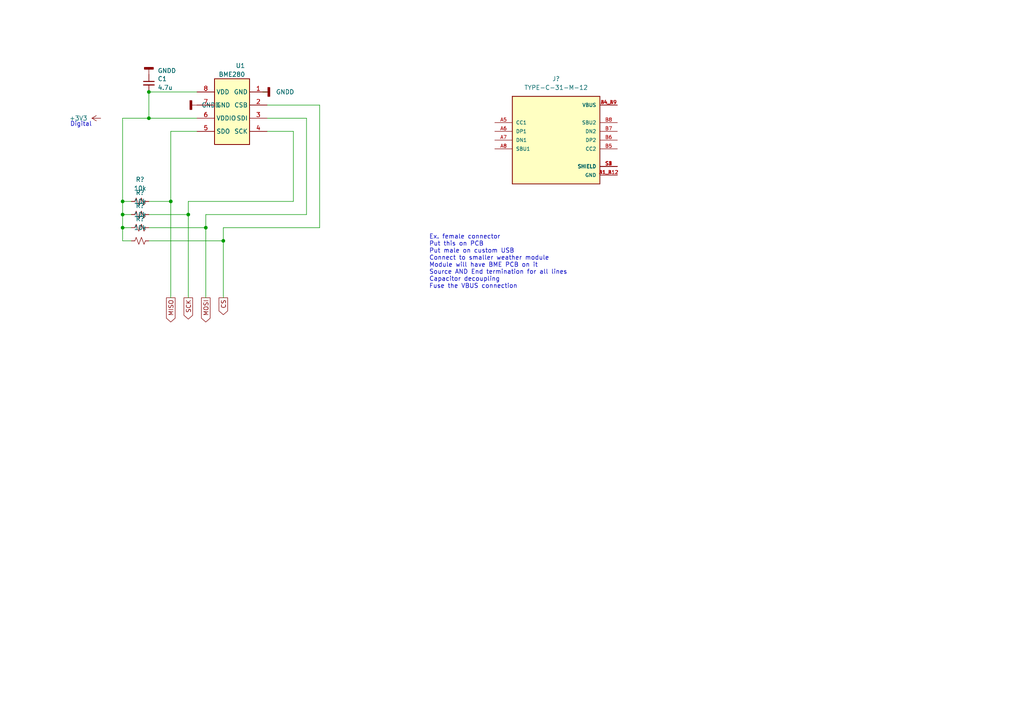
<source format=kicad_sch>
(kicad_sch (version 20211123) (generator eeschema)
  (paper "A4")
  (lib_symbols
    (symbol "Device:C_Small" (pin_numbers hide) (pin_names (offset 0.254) hide)
      (property "Reference" "C" (at 0.254 1.778 0))
      (property "Value" "C_Small" (at 0.254 -2.032 0))
      (symbol "C_Small_0_1"
        (polyline (pts (xy -1.524 -0.508) (xy 1.524 -0.508)) (stroke (width 0.3302)))
        (polyline (pts (xy -1.524 0.508) (xy 1.524 0.508)) (stroke (width 0.3048)))
      )
      (symbol "C_Small_1_1"
        (pin passive line (at 0 2.54 270) (length 2.032) (name "~") (number "1"))
        (pin passive line (at 0 -2.54 90) (length 2.032) (name "~") (number "2"))
      )
    )
    (symbol "Device:R_Small_US" (pin_numbers hide) (pin_names (offset 0.254) hide)
      (property "Reference" "R" (at 0.762 0.508 0))
      (property "Value" "R_Small_US" (at 0.762 -1.016 0))
      (symbol "R_Small_US_1_1"
        (polyline (pts (xy 0 0) (xy 1.016 -0.381) (xy 0 -0.762) (xy -1.016 -1.143) (xy 0 -1.524)))
        (polyline (pts (xy 0 1.524) (xy 1.016 1.143) (xy 0 0.762) (xy -1.016 0.381) (xy 0 0)))
        (pin passive line (at 0 2.54 270) (length 1.016) (name "~") (number "1"))
        (pin passive line (at 0 -2.54 90) (length 1.016) (name "~") (number "2"))
      )
    )
    (symbol "Sensor:BME280"
      (property "Reference" "U?" (at -7.62 15.24 0))
      (property "Value" "BME280" (at -7.62 12.7 0))
      (symbol "BME280_0_1"
        (rectangle (start -5.08 10.16) (end 5.08 -8.89) (stroke (width 0.254)) (fill (type background)))
      )
      (symbol "BME280_1_1"
        (pin power_in line (at 10.16 6.35 180) (length 5.08) (name "GND") (number "1"))
        (pin input line (at 10.16 2.54 180) (length 5.08) (name "CSB") (number "2"))
        (pin bidirectional line (at 10.16 -1.27 180) (length 5.08) (name "SDI") (number "3"))
        (pin input line (at 10.16 -5.08 180) (length 5.08) (name "SCK") (number "4"))
        (pin bidirectional line (at -10.16 -5.08 0) (length 5.08) (name "SDO") (number "5"))
        (pin power_in line (at -10.16 -1.27 0) (length 5.08) (name "VDDIO") (number "6"))
        (pin power_in line (at -10.16 2.54 0) (length 5.08) (name "GND") (number "7"))
        (pin power_in line (at -10.16 6.35 0) (length 5.08) (name "VDD") (number "8"))
      )
    )
    (symbol "TYPE-C-31-M-12:TYPE-C-31-M-12" (pin_names (offset 1.016))
      (property "Reference" "J" (at -12.7 13.462 0))
      (property "Value" "TYPE-C-31-M-12" (at -12.7 -13.462 0))
      (symbol "TYPE-C-31-M-12_0_0"
        (rectangle (start -12.7 -12.7) (end 12.7 12.7) (stroke (width 0.254)) (fill (type background)))
        (pin power_in line (at 17.78 -10.16 180) (length 5.08) (name "GND") (number "A1_B12"))
        (pin power_in line (at 17.78 10.16 180) (length 5.08) (name "VBUS") (number "A4_B9"))
        (pin bidirectional line (at -17.78 5.08 0) (length 5.08) (name "CC1") (number "A5"))
        (pin bidirectional line (at -17.78 2.54 0) (length 5.08) (name "DP1") (number "A6"))
        (pin bidirectional line (at -17.78 0 0) (length 5.08) (name "DN1") (number "A7"))
        (pin bidirectional line (at -17.78 -2.54 0) (length 5.08) (name "SBU1") (number "A8"))
        (pin power_in line (at 17.78 -10.16 180) (length 5.08) (name "GND") (number "B1_A12"))
        (pin power_in line (at 17.78 10.16 180) (length 5.08) (name "VBUS") (number "B4_A9"))
        (pin bidirectional line (at 17.78 -2.54 180) (length 5.08) (name "CC2") (number "B5"))
        (pin bidirectional line (at 17.78 0 180) (length 5.08) (name "DP2") (number "B6"))
        (pin bidirectional line (at 17.78 2.54 180) (length 5.08) (name "DN2") (number "B7"))
        (pin bidirectional line (at 17.78 5.08 180) (length 5.08) (name "SBU2") (number "B8"))
        (pin passive line (at 17.78 -7.62 180) (length 5.08) (name "SHIELD") (number "S1"))
        (pin passive line (at 17.78 -7.62 180) (length 5.08) (name "SHIELD") (number "S2"))
        (pin passive line (at 17.78 -7.62 180) (length 5.08) (name "SHIELD") (number "S3"))
        (pin passive line (at 17.78 -7.62 180) (length 5.08) (name "SHIELD") (number "S4"))
      )
    )
    (symbol "power:+3V3" (power) (pin_names (offset 0))
      (property "Value" "+3V3" (at 0 3.556 0))
      (symbol "+3V3_0_1"
        (polyline (pts (xy -0.762 1.27) (xy 0 2.54)))
        (polyline (pts (xy 0 0) (xy 0 2.54)))
        (polyline (pts (xy 0 2.54) (xy 0.762 1.27)))
      )
      (symbol "+3V3_1_1"
        (pin power_in line (at 0 0 90) (length 0) hide (name "+3V3") (number "1"))
      )
    )
    (symbol "power:GNDD" (power) (pin_names (offset 0))
      (property "Value" "GNDD" (at 0 -3.175 0))
      (symbol "GNDD_0_1"
        (rectangle (start -1.27 -1.524) (end 1.27 -2.032) (stroke (width 0.254)) (fill (type outline)))
        (polyline (pts (xy 0 0) (xy 0 -1.524)))
      )
      (symbol "GNDD_1_1"
        (pin power_in line (at 0 0 270) (length 0) hide (name "GNDD") (number "1"))
      )
    )
  )
  (junction (at 49.53 58.42))
  (junction (at 35.56 62.23))
  (junction (at 64.77 69.85))
  (junction (at 35.56 66.04))
  (junction (at 54.61 62.23))
  (junction (at 59.69 66.04))
  (junction (at 43.18 26.67))
  (junction (at 43.18 34.29))
  (junction (at 35.56 58.42))
  (wire (pts (xy 64.77 66.04) (xy 92.71 66.04)))
  (wire (pts (xy 77.47 38.1) (xy 85.09 38.1)))
  (wire (pts (xy 35.56 62.23) (xy 38.1 62.23)))
  (wire (pts (xy 35.56 66.04) (xy 38.1 66.04)))
  (wire (pts (xy 85.09 38.1) (xy 85.09 58.42)))
  (wire (pts (xy 43.18 26.67) (xy 43.18 34.29)))
  (wire (pts (xy 57.15 38.1) (xy 49.53 38.1)))
  (wire (pts (xy 54.61 58.42) (xy 54.61 62.23)))
  (wire (pts (xy 43.18 66.04) (xy 59.69 66.04)))
  (wire (pts (xy 35.56 34.29) (xy 43.18 34.29)))
  (wire (pts (xy 64.77 69.85) (xy 64.77 66.04)))
  (wire (pts (xy 49.53 58.42) (xy 49.53 86.36)))
  (wire (pts (xy 64.77 86.36) (xy 64.77 69.85)))
  (wire (pts (xy 76.2 26.67) (xy 77.47 26.67)))
  (wire (pts (xy 77.47 34.29) (xy 88.9 34.29)))
  (wire (pts (xy 35.56 58.42) (xy 38.1 58.42)))
  (wire (pts (xy 59.69 66.04) (xy 59.69 86.36)))
  (wire (pts (xy 92.71 30.48) (xy 92.71 66.04)))
  (wire (pts (xy 77.47 30.48) (xy 92.71 30.48)))
  (wire (pts (xy 57.15 26.67) (xy 43.18 26.67)))
  (wire (pts (xy 43.18 58.42) (xy 49.53 58.42)))
  (wire (pts (xy 85.09 58.42) (xy 54.61 58.42)))
  (wire (pts (xy 54.61 62.23) (xy 54.61 86.36)))
  (wire (pts (xy 88.9 62.23) (xy 59.69 62.23)))
  (wire (pts (xy 35.56 58.42) (xy 35.56 62.23)))
  (wire (pts (xy 35.56 34.29) (xy 35.56 58.42)))
  (wire (pts (xy 35.56 66.04) (xy 35.56 69.85)))
  (wire (pts (xy 43.18 62.23) (xy 54.61 62.23)))
  (wire (pts (xy 88.9 34.29) (xy 88.9 62.23)))
  (wire (pts (xy 43.18 34.29) (xy 57.15 34.29)))
  (wire (pts (xy 35.56 69.85) (xy 38.1 69.85)))
  (wire (pts (xy 49.53 38.1) (xy 49.53 58.42)))
  (wire (pts (xy 35.56 62.23) (xy 35.56 66.04)))
  (wire (pts (xy 43.18 69.85) (xy 64.77 69.85)))
  (wire (pts (xy 59.69 62.23) (xy 59.69 66.04)))
  (text "Ex. female connector\nPut this on PCB\nPut male on custom USB\nConnect to smaller weather module\nModule will have BME PCB on it\nSource AND End termination for all lines\nCapacitor decoupling \nFuse the VBUS connection " (at 124.46 83.82 0) (effects (font (size 1.27 1.27)) (justify left bottom)))
  (text "Digital" (at 20.32 36.83 0) (effects (font (size 1.27 1.27)) (justify left bottom)))
  (global_label "CS" (shape output) (at 64.77 86.36 270) (property "Intersheet References" "${INTERSHEET_REFS}" (effects hide)))
  (global_label "MOSI" (shape output) (at 59.69 86.36 270) (property "Intersheet References" "${INTERSHEET_REFS}" (effects hide)))
  (global_label "MISO" (shape output) (at 49.53 86.36 270) (property "Intersheet References" "${INTERSHEET_REFS}" (effects hide)))
  (global_label "SCK" (shape output) (at 54.61 86.36 270) (property "Intersheet References" "${INTERSHEET_REFS}" (effects hide)))
  (symbol (lib_id "Device:R_Small_US") (at 40.64 58.42 270) (unit 1)
    (property "Reference" "R?" (at 40.64 52.07 90))
    (property "Value" "10k" (at 40.64 54.61 90))
  )
  (symbol (lib_id "power:GNDD") (at 57.15 30.48 270) (unit 1)
    (property "Reference" "#PWR?" (effects hide))
    (property "Value" "GNDD" (at 58.42 30.4799 90) (effects (justify left)))
  )
  (symbol (lib_id "Sensor:BME280") (at 67.31 33.02 0) (unit 1)
    (property "Reference" "U1" (at 71.12 19.05 0) (effects (justify right)))
    (property "Value" "BME280" (at 71.12 21.59 0) (effects (justify right)))
    (property "Footprint" "Package_LGA:Bosch_LGA-8_2.5x2.5mm_P0.65mm_ClockwisePinNumbering" (effects hide))
    (property "Datasheet" "https://ae-bst.resource.bosch.com/media/_tech/media/datasheets/BST-BME280-DS002.pdf" (effects hide))
  )
  (symbol (lib_id "power:GNDD") (at 43.18 21.59 180) (unit 1)
    (property "Reference" "#PWR?" (effects hide))
    (property "Value" "GNDD" (at 45.72 20.5104 0) (effects (justify right)))
  )
  (symbol (lib_id "Device:R_Small_US") (at 40.64 62.23 270) (unit 1)
    (property "Reference" "R?" (at 40.64 55.88 90))
    (property "Value" "10k" (at 40.64 58.42 90))
  )
  (symbol (lib_id "power:+3V3") (at 29.21 34.29 90) (unit 1)
    (property "Reference" "#PWR?" (effects hide))
    (property "Value" "+3V3" (at 25.4 34.2899 90) (effects (justify left)))
  )
  (symbol (lib_id "Device:C_Small") (at 43.18 24.13 0) (unit 1)
    (property "Reference" "C1" (at 45.72 22.8662 0) (effects (justify left)))
    (property "Value" "4.7u" (at 45.72 25.4062 0) (effects (justify left)))
  )
  (symbol (lib_id "power:GNDD") (at 76.2 26.67 90) (unit 1)
    (property "Reference" "#PWR?" (effects hide))
    (property "Value" "GNDD" (at 80.01 26.6699 90) (effects (justify right)))
  )
  (symbol (lib_id "TYPE-C-31-M-12:TYPE-C-31-M-12") (at 161.29 40.64 0) (unit 1)
    (property "Reference" "J?" (at 161.29 22.86 0))
    (property "Value" "TYPE-C-31-M-12" (at 161.29 25.4 0))
    (property "Footprint" "HRO_TYPE-C-31-M-12" (effects hide))
    (property "PARTREV" "2020.12.08" (effects hide))
    (property "MANUFACTURER" "HRO Electronics Co., Ltd." (effects hide))
    (property "MAXIMUM_PACKAGE_HEIGHT" "3.26 mm" (effects hide))
    (property "SNAPEDA_PN" "TYPE-C-31-M-12" (effects hide))
    (property "STANDARD" "Manufacturer Recommendations" (effects hide))
  )
  (symbol (lib_id "Device:R_Small_US") (at 40.64 66.04 270) (unit 1)
    (property "Reference" "R?" (at 40.64 59.69 90))
    (property "Value" "10k" (at 40.64 62.23 90))
  )
  (symbol (lib_id "Device:R_Small_US") (at 40.64 69.85 270) (unit 1)
    (property "Reference" "R?" (at 40.64 63.5 90))
    (property "Value" "10k" (at 40.64 66.04 90))
  )
)
</source>
